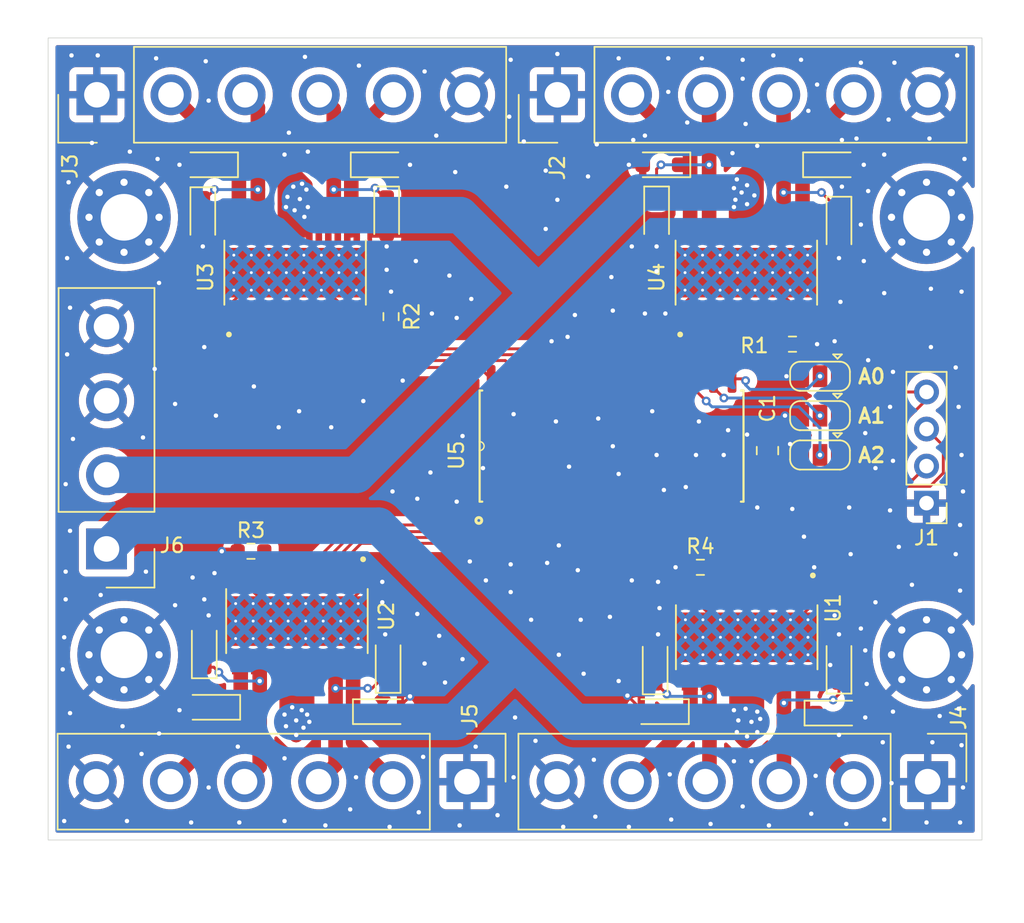
<source format=kicad_pcb>
(kicad_pcb (version 20241229) (generator "pcbnew") (generator_version "9.0")
  (title_block (comment 4 "AISLER Project ID: BUZXKIFZ"))
  (layers (0 "F.Cu" signal) (2 "B.Cu" signal) (13 "F.Paste" user) (15 "B.Paste" user) (5 "F.SilkS" user "F.Silkscreen") (7 "B.SilkS" user "B.Silkscreen") (1 "F.Mask" user) (3 "B.Mask" user) (25 "Edge.Cuts" user))
  (net 0 "")
  (net 1 "Net-(D1-K)")
  (net 2 "Net-(D2-K)")
  (net 4 "GND")
  (net 7 "Net-(D3-K)")
  (net 8 "Net-(D4-K)")
  (net 12 "Net-(U1-IN3)")
  (net 13 "Net-(D5-K)")
  (net 14 "Net-(D6-K)")
  (net 15 "Net-(U1-IN1)")
  (net 16 "Net-(U1-IN2)")
  (net 20 "Net-(U1-IN4)")
  (net 22 "Net-(D7-K)")
  (net 23 "Net-(D8-K)")
  (net 24 "Net-(D9-K)")
  (net 25 "Net-(D10-K)")
  (net 26 "Net-(D11-K)")
  (net 28 "Net-(D12-K)")
  (net 29 "Net-(U2-IN4)")
  (net 32 "Net-(U2-IN3)")
  (net 37 "Net-(U2-IN2)")
  (net 39 "Net-(U2-IN1)")
  (net 40 "Net-(U3-IN3)")
  (net 41 "Net-(D13-K)")
  (net 42 "Net-(U3-IN1)")
  (net 43 "Net-(D14-K)")
  (net 46 "Net-(D15-K)")
  (net 47 "Net-(D16-K)")
  (net 48 "+24V")
  (net 50 "Net-(U3-IN4)")
  (net 51 "Net-(JP3-C)")
  (net 58 "Net-(U3-IN2)")
  (net 59 "+3V3")
  (net 62 "Net-(JP1-C)")
  (net 63 "Net-(U4-IN2)")
  (net 64 "Net-(JP2-C)")
  (net 67 "Net-(J1-Pin_2)")
  (net 68 "Net-(U4-IN4)")
  (net 69 "Net-(J1-Pin_3)")
  (net 70 "Net-(U4-CL)")
  (net 76 "Net-(U3-CL)")
  (net 77 "Net-(U4-IN3)")
  (net 78 "Net-(U4-IN1)")
  (net 79 "Net-(U2-CL)")
  (net 80 "Net-(U1-CL)")
  (footprint "Diode_SMD:D_SOD-323_HandSoldering" (layer "F.Cu") (at 92.55 61.4)
    (property "Reference" "D4" (hide yes))
    (property "Value" "60V 1A" (hide yes))
  )
  (footprint "Diode_SMD:D_SOD-323_HandSoldering" (layer "F.Cu") (at 111.8 61.4 180)
    (property "Reference" "D8" (hide yes))
    (property "Value" "60V 1A" (hide yes))
  )
  (footprint "MountingHole:MountingHole_3.2mm_M3_Pad_Via" (layer "F.Cu") (at 130 95)
    (property "Reference" "H3" (hide yes))
    (property "Value" "MountingHole_Pad" (hide yes))
  )
  (footprint "Diode_SMD:D_SOD-323_HandSoldering" (layer "F.Cu") (at 80.95 98.6 180)
    (property "Reference" "D16" (hide yes))
    (property "Value" "60V 1A" (hide yes))
  )
  (footprint "Connector_Samtec_HPM_THT:Samtec_HPM-06-05-x-S_Straight_1x06_Pitch5.08mm" (layer "F.Cu") (at 98.5 103.7 -90)
    (property "Reference" "J5")
    (property "Value" "Conn_01x06" (hide yes))
  )
  (footprint "Connector_Samtec_HPM_THT:Samtec_HPM-04-05-x-S_Straight_1x04_Pitch5.08mm" (layer "F.Cu") (at 73.8 87.74 180)
    (property "Reference" "J6")
    (property "Value" "Conn_01x04" (hide yes))
  )
  (footprint "MountingHole:MountingHole_3.2mm_M3_Pad_Via" (layer "F.Cu") (at 75 95)
    (property "Reference" "H4" (hide yes))
    (property "Value" "MountingHole_Pad" (hide yes))
  )
  (footprint "Resistor_SMD:R_0603_1608Metric_Pad0.98x0.95mm_HandSolder" (layer "F.Cu") (at 114.5 89)
    (property "Reference" "R4")
    (property "Value" "R")
  )
  (footprint "Diode_SMD:D_SOD-323_HandSoldering" (layer "F.Cu") (at 111.5 64.9 -90)
    (property "Reference" "D7" (hide yes))
    (property "Value" "60V 1A" (hide yes))
  )
  (footprint "MountingHole:MountingHole_3.2mm_M3_Pad_Via" (layer "F.Cu") (at 75 65)
    (property "Reference" "H1" (hide yes))
    (property "Value" "MountingHole_Pad" (hide yes))
  )
  (footprint "Jumper:SolderJumper-3_P1.3mm_Open_RoundedPad1.0x1.5mm" (layer "F.Cu") (at 122.7 81.3 180)
    (property "Reference" "JP3" (hide yes))
    (property "Value" "SolderJumper_3_Open" (hide yes))
  )
  (footprint "Diode_SMD:D_SOD-323_HandSoldering" (layer "F.Cu") (at 93 64.9 -90)
    (property "Reference" "D3" (hide yes))
    (property "Value" "60V 1A" (hide yes))
  )
  (footprint "Diode_SMD:D_SOD-323_HandSoldering" (layer "F.Cu") (at 92.7 98.9)
    (property "Reference" "D13" (hide yes))
    (property "Value" "60V 1A" (hide yes))
  )
  (footprint "Jumper:SolderJumper-3_P1.3mm_Open_RoundedPad1.0x1.5mm" (layer "F.Cu") (at 122.7 75.9 180)
    (property "Reference" "JP1" (hide yes))
    (property "Value" "SolderJumper_3_Open" (hide yes))
  )
  (footprint "footprints:IC_TPS4H160AQPWPRQ1" (layer "F.Cu") (at 117.675 93.8 -90)
    (property "Reference" "U1")
    (property "Value" "TPS4H160AQPWPRQ1" (hide yes))
  )
  (footprint "Diode_SMD:D_SOD-323_HandSoldering" (layer "F.Cu") (at 80.5 94.6 90)
    (property "Reference" "D15" (hide yes))
    (property "Value" "60V 1A" (hide yes))
  )
  (footprint "Diode_SMD:D_SOD-323_HandSoldering" (layer "F.Cu") (at 93.1 95.6 90)
    (property "Reference" "D14" (hide yes))
    (property "Value" "60V 1A" (hide yes))
  )
  (footprint "Connector_Samtec_HPM_THT:Samtec_HPM-06-05-x-S_Straight_1x06_Pitch5.08mm" (layer "F.Cu") (at 104.7 56.6 90)
    (property "Reference" "J2")
    (property "Value" "Conn_01x06" (hide yes))
  )
  (footprint "Diode_SMD:D_SOD-323_HandSoldering" (layer "F.Cu") (at 123.55 61.4)
    (property "Reference" "D5" (hide yes))
    (property "Value" "60V 1A" (hide yes))
  )
  (footprint "footprints:IC_TPS4H160AQPWPRQ1" (layer "F.Cu") (at 86.85 92.69 -90)
    (property "Reference" "U2")
    (property "Value" "TPS4H160AQPWPRQ1" (hide yes))
  )
  (footprint "Diode_SMD:D_SOD-323_HandSoldering" (layer "F.Cu") (at 124 65.6 -90)
    (property "Reference" "D6" (hide yes))
    (property "Value" "60V 1A" (hide yes))
  )
  (footprint "Diode_SMD:D_SOD-323_HandSoldering" (layer "F.Cu") (at 111.4 95.7 90)
    (property "Reference" "D11" (hide yes))
    (property "Value" "60V 1A" (hide yes))
  )
  (footprint "Diode_SMD:D_SOD-323_HandSoldering" (layer "F.Cu") (at 80.4 64.95 -90)
    (property "Reference" "D2" (hide yes))
    (property "Value" "60V 1A" (hide yes))
  )
  (footprint "MountingHole:MountingHole_3.2mm_M3_Pad_Via" (layer "F.Cu") (at 130 65)
    (property "Reference" "H2" (hide yes))
    (property "Value" "MountingHole_Pad" (hide yes))
  )
  (footprint "footprints:IC_TPS4H160AQPWPRQ1" (layer "F.Cu") (at 86.725 68.795888 90)
    (property "Reference" "U3")
    (property "Value" "TPS4H160AQPWPRQ1" (hide yes))
  )
  (footprint "Resistor_SMD:R_0603_1608Metric_Pad0.98x0.95mm_HandSolder" (layer "F.Cu") (at 83.7 87.9)
    (property "Reference" "R3")
    (property "Value" "R")
  )
  (footprint "footprints:IC_TPS4H160AQPWPRQ1" (layer "F.Cu") (at 117.65 68.795888 90)
    (property "Reference" "U4")
    (property "Value" "TPS4H160AQPWPRQ1" (hide yes))
  )
  (footprint "Diode_SMD:D_SOD-323_HandSoldering" (layer "F.Cu") (at 80.8 61.4 180)
    (property "Reference" "D1" (hide yes))
    (property "Value" "60V 1A" (hide yes))
  )
  (footprint "Capacitor_SMD:C_0805_2012Metric_Pad1.18x1.45mm_HandSolder" (layer "F.Cu") (at 119.1 81 90)
    (property "Reference" "C1")
    (property "Value" "C")
  )
  (footprint "Resistor_SMD:R_0603_1608Metric_Pad0.98x0.95mm_HandSolder" (layer "F.Cu") (at 93.3 71.8125 -90)
    (property "Reference" "R2")
    (property "Value" "R")
  )
  (footprint "Connector_PinHeader_2.54mm:PinHeader_1x04_P2.54mm_Vertical" (layer "F.Cu") (at 130 84.6 180)
    (property "Reference" "J1")
    (property "Value" "Conn_01x04" (hide yes))
  )
  (footprint "Jumper:SolderJumper-3_P1.3mm_Open_RoundedPad1.0x1.5mm" (layer "F.Cu") (at 122.7 78.6 180)
    (property "Reference" "JP2" (hide yes))
    (property "Value" "SolderJumper_3_Open" (hide yes))
  )
  (footprint "footprints:SOIC127P1030X265-28N" (layer "F.Cu") (at 108.415 80.69 90)
    (property "Reference" "U5")
    (property "Value" "MCP23017T-E_SO" (hide yes))
  )
  (footprint "Diode_SMD:D_SOD-323_HandSoldering" (layer "F.Cu") (at 111.7 98.9 180)
    (property "Reference" "D12" (hide yes))
    (property "Value" "60V 1A" (hide yes))
  )
  (footprint "Connector_Samtec_HPM_THT:Samtec_HPM-06-05-x-S_Straight_1x06_Pitch5.08mm" (layer "F.Cu") (at 73.14 56.6 90)
    (property "Reference" "J3")
    (property "Value" "Conn_01x06" (hide yes))
  )
  (footprint "Diode_SMD:D_SOD-323_HandSoldering" (layer "F.Cu") (at 123.65 99)
    (property "Reference" "D9" (hide yes))
    (property "Value" "60V 1A" (hide yes))
  )
  (footprint "Diode_SMD:D_SOD-323_HandSoldering" (layer "F.Cu") (at 124 95.65 90)
    (property "Reference" "D10" (hide yes))
    (property "Value" "60V 1A" (hide yes))
  )
  (footprint "Resistor_SMD:R_0603_1608Metric_Pad0.98x0.95mm_HandSolder" (layer "F.Cu") (at 120.8125 73.7 180)
    (property "Reference" "R1")
    (property "Value" "R")
  )
  (footprint "Connector_Samtec_HPM_THT:Samtec_HPM-06-05-x-S_Straight_1x06_Pitch5.08mm" (layer "F.Cu") (at 130.08 103.7 -90)
    (property "Reference" "J4")
    (property "Value" "Conn_01x06" (hide yes))
  )
  (gr_rect (start 69.8 52.7) (end 133.8 107.7) (stroke (width 0.05)) (fill no) (layer "Edge.Cuts"))
  (gr_text "A1\n" (at 125.2 79.2 0) (layer "F.SilkS") (effects (font (size 1 1) (thickness 0.2) (bold yes)) (justify left bottom)))
  (gr_text "A2" (at 125.2 81.9 0) (layer "F.SilkS") (effects (font (size 1 1) (thickness 0.2) (bold yes)) (justify left bottom)))
  (gr_text "A0" (at 125.2 76.5 0) (layer "F.SilkS") (effects (font (size 1 1) (thickness 0.2) (bold yes)) (justify left bottom)))
  (segment (start 82.874 61.254) (end 82.874 65.895888) (width 1) (layer "F.Cu") (net 1))
  (segment (start 78.22 56.6) (end 82.874 61.254) (width 1) (layer "F.Cu") (net 1))
  (segment (start 80.6 63.7) (end 81.2 63.1) (width 0.2) (layer "F.Cu") (net 2))
  (segment (start 80.4 63.7) (end 80.6 63.7) (width 0.2) (layer "F.Cu") (net 2))
  (segment (start 84.174 57.474) (end 84.174 63.1) (width 1) (layer "F.Cu") (net 2))
  (segment (start 83.3 56.6) (end 84.174 57.474) (width 1) (layer "F.Cu") (net 2))
  (segment (start 84.174 63.1) (end 84.174 65.895888) (width 1) (layer "F.Cu") (net 2))
  (via (at 84.174 63.1) (size 0.6) (drill 0.3) (layers "F.Cu" "B.Cu") (net 2))
  (via (at 81.2 63.1) (size 0.6) (drill 0.3) (layers "F.Cu" "B.Cu") (net 2))
  (segment (start 81.2 63.1) (end 84.174 63.1) (width 0.2) (layer "B.Cu") (net 2))
  (segment (start 93 66.15) (end 93 67) (width 0.2) (layer "F.Cu") (net 4))
  (segment (start 121.9 90.9) (end 121.9 91.85) (width 0.2) (layer "F.Cu") (net 4))
  (segment (start 93.3 70.9) (end 93.3 70.1) (width 0.2) (layer "F.Cu") (net 4))
  (segment (start 124.8 61.4) (end 125.7 61.4) (width 0.2) (layer "F.Cu") (net 4))
  (segment (start 114.75 91.85) (end 116.7 93.8) (width 0.2) (layer "F.Cu") (net 4))
  (segment (start 116.7 93.8) (end 117.675 93.8) (width 0.2) (layer "F.Cu") (net 4))
  (segment (start 114.75 90.9) (end 114.75 91.85) (width 0.2) (layer "F.Cu") (net 4))
  (segment (start 121.725 73.7) (end 122.5 73.7) (width 0.2) (layer "F.Cu") (net 4))
  (segment (start 118.625 68.795888) (end 117.65 68.795888) (width 0.2) (layer "F.Cu") (net 4))
  (segment (start 85.875 92.69) (end 86.85 92.69) (width 0.2) (layer "F.Cu") (net 4))
  (segment (start 111.59 85.3) (end 111.59 84.11) (width 0.2) (layer "F.Cu") (net 4))
  (segment (start 79.55 61.4) (end 78.8 61.4) (width 0.2) (layer "F.Cu") (net 4))
  (segment (start 83.925 89.79) (end 83.925 90.74) (width 0.2) (layer "F.Cu") (net 4))
  (segment (start 89.125 92.69) (end 86.85 92.69) (width 0.2) (layer "F.Cu") (net 4))
  (segment (start 93.1 93.8) (end 92.9 93.6) (width 0.2) (layer "F.Cu") (net 4))
  (segment (start 83.925 90.74) (end 85.875 92.69) (width 0.2) (layer "F.Cu") (net 4))
  (segment (start 79 98.6) (end 78.8 98.8) (width 0.2) (layer "F.Cu") (net 4))
  (segment (start 120.575 70.745888) (end 118.625 68.795888) (width 0.2) (layer "F.Cu") (net 4))
  (segment (start 124 94.4) (end 124 93.6) (width 0.2) (layer "F.Cu") (net 4))
  (segment (start 82.7875 87.9) (end 81.7 87.9) (width 0.2) (layer "F.Cu") (net 4))
  (segment (start 121.4 78.6) (end 120.3 78.6) (width 0.2) (layer "F.Cu") (net 4))
  (segment (start 89.65 71.695888) (end 89.65 70.768888) (width 0.2) (layer "F.Cu") (net 4))
  (segment (start 93.8 61.4) (end 94.6 61.4) (width 0.2) (layer "F.Cu") (net 4))
  (segment (start 93.1 94.35) (end 93.1 93.8) (width 0.2) (layer "F.Cu") (net 4))
  (segment (start 110.45 98.9) (end 110.45 98.75) (width 0.2) (layer "F.Cu") (net 4))
  (segment (start 80.4 66.2) (end 80.4 67) (width 0.2) (layer "F.Cu") (net 4))
  (segment (start 124.9 99) (end 125.5 99) (width 0.2) (layer "F.Cu") (net 4))
  (segment (start 120.575 71.695888) (end 120.575 70.745888) (width 0.2) (layer "F.Cu") (net 4))
  (segment (start 125.5 99) (end 125.8 99.3) (width 0.2) (layer "F.Cu") (net 4))
  (segment (start 89.65 70.768888) (end 87.677 68.795888) (width 0.2) (layer "F.Cu") (net 4))
  (segment (start 93.95 98.9) (end 93.95 98.5) (width 0.2) (layer "F.Cu") (net 4))
  (segment (start 113.5875 89) (end 112.8 89) (width 0.2) (layer "F.Cu") (net 4))
  (segment (start 79.7 98.6) (end 79 98.6) (width 0.2) (layer "F.Cu") (net 4))
  (segment (start 111.59 84.11) (end 112 83.7) (width 0.2) (layer "F.Cu") (net 4))
  (segment (start 111.5 66.15) (end 111.5 67) (width 0.2) (layer "F.Cu") (net 4))
  (segment (start 121.4 75.9) (end 120.4 75.9) (width 0.2) (layer "F.Cu") (net 4))
  (segment (start 124 66.85) (end 124 67.8) (width 0.2) (layer "F.Cu") (net 4))
  (segment (start 80.5 93.35) (end 80.5 92.6) (width 0.2) (layer "F.Cu") (net 4))
  (segment (start 121.4 81.3) (end 120.65 80.55) (width 0.2) (layer "F.Cu") (net 4))
  (segment (start 115.504112 68.795888) (end 117.65 68.795888) (width 0.2) (layer "F.Cu") (net 4))
  (segment (start 110.55 61.4) (end 109.6 61.4) (width 0.2) (layer "F.Cu") (net 4))
  (segment (start 91.075 90.74) (end 89.125 92.69) (width 0.2) (layer "F.Cu") (net 4))
  (segment (start 113.425 70.875) (end 115.504112 68.795888) (width 0.2) (layer "F.Cu") (net 4))
  (segment (start 87.677 68.795888) (end 86.725 68.795888) (width 0.2) (layer "F.Cu") (net 4))
  (segment (start 80.5 92.6) (end 80.8 92.3) (width 0.2) (layer "F.Cu") (net 4))
  (segment (start 113.425 71.695888) (end 113.425 70.875) (width 0.2) (layer "F.Cu") (net 4))
  (segment (start 82.5 70.745888) (end 84.45 68.795888) (width 0.2) (layer "F.Cu") (net 4))
  (segment (start 121.9 91.85) (end 119.95 93.8) (width 0.2) (layer "F.Cu") (net 4))
  (segment (start 93.95 98.5) (end 94.6 97.85) (width 0.2) (layer "F.Cu") (net 4))
  (segment (start 111.4 94.45) (end 111.4 93.8) (width 0.2) (layer "F.Cu") (net 4))
  (segment (start 119.95 93.8) (end 117.675 93.8) (width 0.2) (layer "F.Cu") (net 4))
  (segment (start 84.45 68.795888) (end 86.725 68.795888) (width 0.2) (layer "F.Cu") (net 4))
  (segment (start 82.5 71.695888) (end 82.5 70.745888) (width 0.2) (layer "F.Cu") (net 4))
  (segment (start 110.45 98.75) (end 109.5 97.8) (width 0.2) (layer "F.Cu") (net 4))
  (segment (start 91.075 89.79) (end 91.075 90.74) (width 0.2) (layer "F.Cu") (net 4))
  (segment (start 111.4 93.8) (end 111.6 93.6) (width 0.2) (layer "F.Cu") (net 4))
  (via (at 127 101) (size 0.6) (drill 0.3) (layers "F.Cu" "B.Cu") (net 4))
  (via (at 130.2 59.6) (size 0.6) (drill 0.3) (layers "F.Cu" "B.Cu") (net 4))
  (via (at 71.2 62.6) (size 0.6) (drill 0.3) (layers "F.Cu" "B.Cu") (net 4))
  (via (at 105.1 106.8) (size 0.6) (drill 0.3) (layers "F.Cu" "B.Cu") (net 4))
  (via (at 114.2 81.3) (size 0.6) (drill 0.3) (layers "F.Cu" "B.Cu") (net 4))
  (via (at 76.5 89.3) (size 0.6) (drill 0.3) (layers "F.Cu" "B.Cu") (net 4))
  (via (at 103.9 65.8) (size 0.6) (drill 0.3) (layers "F.Cu" "B.Cu") (net 4))
  (via (at 107.5 78.8) (size 0.6) (drill 0.3) (layers "F.Cu" "B.Cu") (net 4))
  (via (at 130 106.5) (size 0.6) (drill 0.3) (layers "F.Cu" "B.Cu") (net 4))
  (via (at 108.5 71.4) (size 0.6) (drill 0.3) (layers "F.Cu" "B.Cu") (net 4))
  (via (at 82.8 101.3) (size 0.6) (drill 0.3) (layers "F.Cu" "B.Cu") (net 4))
  (via (at 112.5 106.3) (size 0.6) (drill 0.3) (layers "F.Cu" "B.Cu") (net 4))
  (via (at 90.5 105.6) (size 0.6) (drill 0.3) (layers "F.Cu" "B.Cu") (net 4))
  (via (at 107.4 60) (size 0.6) (drill 0.3) (layers "F.Cu" "B.Cu") (net 4))
  (via (at 126.5 82.2) (size 0.6) (drill 0.3) (layers "F.Cu" "B.Cu") (net 4))
  (via (at 95.1 92.2) (size 0.6) (drill 0.3) (layers "F.Cu" "B.Cu") (net 4))
  (via (at 71.3 71.2) (size 0.6) (drill 0.3) (layers "F.Cu" "B.Cu") (net 4))
  (via (at 86 102.1) (size 0.6) (drill 0.3) (layers "F.Cu" "B.Cu") (net 4))
  (via (at 90.9 103.4) (size 0.6) (drill 0.3) (layers "F.Cu" "B.Cu") (net 4))
  (via (at 123.7 92.3) (size 0.6) (drill 0.3) (layers "F.Cu" "B.Cu") (net 4))
  (via (at 132.1 53.9) (size 0.6) (drill 0.3) (layers "F.Cu" "B.Cu") (net 4))
  (via (at 78.5 77.8) (size 0.6) (drill 0.3) (layers "F.Cu" "B.Cu") (net 4))
  (via (at 109.8 89.9) (size 0.6) (drill 0.3) (layers "F.Cu" "B.Cu") (net 4))
  (via (at 99.1 101.3) (size 0.6) (drill 0.3) (layers "F.Cu" "B.Cu") (net 4))
  (via (at 71.1 67.8) (size 0.6) (drill 0.3) (layers "F.Cu" "B.Cu") (net 4))
  (via (at 78.8 98.8) (size 0.6) (drill 0.3) (layers "F.Cu" "B.Cu") (net 4))
  (via (at 127.7 75.6) (size 0.6) (drill 0.3) (layers "F.Cu" "B.Cu") (net 4))
  (via (at 98 106.7) (size 0.6) (drill 0.3) (layers "F.Cu" "B.Cu") (net 4))
  (via (at 89.2 79.4) (size 0.6) (drill 0.3) (layers "F.Cu" "B.Cu") (net 4))
  (via (at 111.6 90) (size 0.6) (drill 0.3) (layers "F.Cu" "B.Cu") (net 4))
  (via (at 130.9 99.2) (size 0.6) (drill 0.3) (layers "F.Cu" "B.Cu") (net 4))
  (via (at 101.7 78.5) (size 0.6) (drill 0.3) (layers "F.Cu" "B.Cu") (net 4))
  (via (at 80.4 67) (size 0.6) (drill 0.3) (layers "F.Cu" "B.Cu") (net 4))
  (via (at 101.4 58.1) (size 0.6) (drill 0.3) (layers "F.Cu" "B.Cu") (net 4))
  (via (at 125.8 94.7) (size 0.6) (drill 0.3) (layers "F.Cu" "B.Cu") (net 4))
  (via (at 120.3 78.6) (size 0.6) (drill 0.3) (layers "F.Cu" "B.Cu") (net 4))
  (via (at 121.6 86.9) (size 0.6) (drill 0.3) (layers "F.Cu" "B.Cu") (net 4))
  (via (at 125.7 61.4) (size 0.6) (drill 0.3) (layers "F.Cu" "B.Cu") (net 4))
  (via (at 112.3 56.4) (size 0.6) (drill 0.3) (layers "F.Cu" "B.Cu") (net 4))
  (via (at 97.3 69) (size 0.6) (drill 0.3) (layers "F.Cu" "B.Cu") (net 4))
  (via (at 110.7 71.6) (size 0.6) (drill 0.3) (layers "F.Cu" "B.Cu") (net 4))
  (via (at 118 102.3) (size 0.6) (drill 0.3) (layers "F.Cu" "B.Cu") (net 4))
  (via (at 132.4 101.2) (size 0.6) (drill 0.3) (layers "F.Cu" "B.Cu") (net 4))
  (via (at 93 67) (size 0.6) (drill 0.3) (layers "F.Cu" "B.Cu") (net 4))
  (via (at 73.2 53.9) (size 0.6) (drill 0.3) (layers "F.Cu" "B.Cu") (net 4))
  (via (at 102.4 59.8) (size 0.6) (drill 0.3) (layers "F.Cu" "B.Cu") (net 4))
  (via (at 101.5 88.8) (size 0.6) (drill 0.3) (layers "F.Cu" "B.Cu") (net 4))
  (via (at 95.5 102) (size 0.6) (drill 0.3) (layers "F.Cu" "B.Cu") (net 4))
  (via (at 108.9 54.1) (size 0.6) (drill 0.3) (layers "F.Cu" "B.Cu") (net 4))
  (via (at 76.3 80.1) (size 0.6) (drill 0.3) (layers "F.Cu" "B.Cu") (net 4))
  (via (at 70.8 96) (size 0.6) (drill 0.3) (layers "F.Cu" "B.Cu") (net 4))
  (via (at 124.1 70.8) (size 0.6) (drill 0.3) (layers "F.Cu" "B.Cu") (net 4))
  (via (at 101.5 54.2) (size 0.6) (drill 0.3) (layers "F.Cu" "B.Cu") (net 4))
  (via (at 92.7 91.4) (size 0.6) (drill 0.3) (layers "F.Cu" "B.Cu") (net 4))
  (via (at 95.2 105.8) (size 0.6) (drill 0.3) (layers "F.Cu" "B.Cu") (net 4))
  (via (at 85.6 79.4) (size 0.6) (drill 0.3) (layers "F.Cu" "B.Cu") (net 4))
  (via (at 78.8 61.4) (size 0.6) (drill 0.3) (layers "F.Cu" "B.Cu") (net 4))
  (via (at 91.4 77.6) (size 0.6) (drill 0.3) (layers "F.Cu" "B.Cu") (net 4))
  (via (at 80.8 92.3) (size 0.6) (drill 0.3) (layers "F.Cu" "B.Cu") (net 4))
  (via (at 123.4 95.7) (size 0.6) (drill 0.3) (layers "F.Cu" "B.Cu") (net 4))
  (via (at 97.8 71.9) (size 0.6) (drill 0.3) (layers "F.Cu" "B.Cu") (net 4))
  (via (at 109.6 61.4) (size 0.6) (drill 0.3) (layers "F.Cu" "B.Cu") (net 4))
  (via (at 104 88.7) (size 0.6) (drill 0.3) (layers "F.Cu" "B.Cu") (net 4))
  (via (at 130.4 101) (size 0.6) (drill 0.3) (layers "F.Cu" "B.Cu") (net 4))
  (via (at 76.2 101.8) (size 0.6) (drill 0.3) (layers "F.Cu" "B.Cu") (net 4))
  (via (at 127.7 81.7) (size 0.6) (drill 0.3) (layers "F.Cu" "B.Cu") (net 4))
  (via (at 108.9 82.6) (size 0.6) (drill 0.3) (layers "F.Cu" "B.Cu") (net 4))
  (via (at 80.8 57) (size 0.6) (drill 0.3) (layers "F.Cu" "B.Cu") (net 4))
  (via (at 111.5 68.7) (size 0.6) (drill 0.3) (layers "F.Cu" "B.Cu") (net 4))
  (via (at 111.2 78.3) (size 0.6) (drill 0.3) (layers "F.Cu" "B.Cu") (net 4))
  (via (at 71 89.3) (size 0.6) (drill 0.3) (layers "F.Cu" "B.Cu") (net 4))
  (via (at 80.6 54.3) (size 0.6) (drill 0.3) (layers "F.Cu" "B.Cu") (net 4))
  (via (at 120.8 85) (size 0.6) (drill 0.3) (layers "F.Cu" "B.Cu") (net 4))
  (via (at 117.4 55.5) (size 0.6) (drill 0.3) (layers "F.Cu" "B.Cu") (net 4))
  (via (at 74.9 99.9) (size 0.6) (drill 0.3) (layers "F.Cu" "B.Cu") (net 4))
  (via (at 101.2 62.9) (size 0.6) (drill 0.3) (layers "F.Cu" "B.Cu") (net 4))
  (via (at 117.4 54.2) (size 0.6) (drill 0.3) (layers "F.Cu" "B.Cu") (net 4))
  (via (at 71.3 99) (size 0.6) (drill 0.3) (layers "F.Cu" "B.Cu") (net 4))
  (via (at 112.3 54.1) (size 0.6) (drill 0.3) (layers "F.Cu" "B.Cu") (net 4))
  (via (at 81.2 89.4) (size 0.6) (drill 0.3) (layers "F.Cu" "B.Cu") (net 4))
  (via (at 71 83.3) (size 0.6) (drill 0.3) (layers "F.Cu" "B.Cu") (net 4))
  (via (at 71.2 101.3) (size 0.6) (drill 0.3) (layers "F.Cu" "B.Cu") (net 4))
  (via (at 120.65 80.55) (size 0.6) (drill 0.3) (layers "F.Cu" "B.Cu") (net 4))
  (via (at 124.2 62.9) (size 0.6) (drill 0.3) (layers "F.Cu" "B.Cu") (net 4))
  (via (at 132.3 90.6) (size 0.6) (drill 0.3) (layers "F.Cu" "B.Cu") (net 4))
  (via (at 132 88.1) (size 0.6) (drill 0.3) (layers "F.Cu" "B.Cu") (net 4))
  (via (at 113.5 83.5) (size 0.6) (drill 0.3) (layers "F.Cu" "B.Cu") (net 4))
  (via (at 80.8 104.1) (size 0.6) (drill 0.3) (layers "F.Cu" "B.Cu") (net 4))
  (via (at 100.6 106) (size 0.6) (drill 0.3) (layers "F.Cu" "B.Cu") (net 4))
  (via (at 97 96.9) (size 0.6) (drill 0.3) (layers "F.Cu" "B.Cu") (net 4))
  (via (at 101.7 103.4) (size 0.6) (drill 0.3) (layers "F.Cu" "B.Cu") (net 4))
  (via (at 70.9 106.4) (size 0.6) (drill 0.3) (layers "F.Cu" "B.Cu") (net 4))
  (via (at 117.7 79.9) (size 0.6) (drill 0.3) (layers "F.Cu" "B.Cu") (net 4))
  (via (at 121.9 57.7) (size 0.6) (drill 0.3) (layers "F.Cu" "B.Cu") (net 4))
  (via (at 132.5 104.1) (size 0.6) (drill 0.3) (layers "F.Cu" "B.Cu") (net 4))
  (via (at 94.1 76.2) (size 0.6) (drill 0.3) (layers "F.Cu" "B.Cu") (net 4))
  (via (at 108.4 69.1) (size 0.6) (drill 0.3) (layers "F.Cu" "B.Cu") (net 4))
  (via (at 103.9 61.8) (size 0.6) (drill 0.3) (layers "F.Cu" "B.Cu") (net 4))
  (via (at 96.1 71.6) (size 0.6) (drill 0.3) (layers "F.Cu" "B.Cu") (net 4))
  (via (at 71.4 53.9) (size 0.6) (drill 0.3) (layers "F.Cu" "B.Cu") (net 4))
  (via (at 97.7 61.9) (size 0.6) (drill 0.3) (layers "F.Cu" "B.Cu") (net 4))
  (via (at 112.8 89) (size 0.6) (drill 0.3) (layers "F.Cu" "B.Cu") (net 4))
  (via (at 95 68) (size 0.6) (drill 0.3) (layers "F.Cu" "B.Cu") (net 4))
  (via (at 104.6 79) (size 0.6) (drill 0.3) (layers "F.Cu" "B.Cu") (net 4))
  (via (at 99.6 82.2) (size 0.6) (drill 0.3) (layers "F.Cu" "B.Cu") (net 4))
  (via (at 122.1 105.9) (size 0.6) (drill 0.3) (layers "F.Cu" "B.Cu") (net 4))
  (via (at 111.6 93.6) (size 0.6) (drill 0.3) (layers "F.Cu" "B.Cu") (net 4))
  (via (at 125.5 54.4) (size 0.6) (drill 0.3) (layers "F.Cu" "B.Cu") (net 4))
  (via (at 111.5 81.3) (size 0.6) (drill 0.3) (layers "F.Cu" "B.Cu") (net 4))
  (via (at 105.4 73.2) (size 0.6) (drill 0.3) (layers "F.Cu" "B.Cu") (net 4))
  (via (at 132.4 70.1) (size 0.6) (drill 0.3) (layers "F.Cu" "B.Cu") (net 4))
  (via (at 118.4 84.9) (size 0.6) (drill 0.3) (layers "F.Cu" "B.Cu") (net 4))
  (via (at 124.8 88.1) (size 0.6) (drill 0.3) (layers "F.Cu" "B.Cu") (net 4))
  (via (at 124.5 106.6) (size 0.6) (drill 0.3) (layers "F.Cu" "B.Cu") (net 4))
  (via (at 106.5 96.3) (size 0.6) (drill 0.3) (layers "F.Cu" "B.Cu") (net 4))
  (via (at 108.9 96.8) (size 0.6) (drill 0.3) (layers "F.Cu" "B.Cu") (net 4))
  (via (at 116.7 60.6) (size 0.6) (drill 0.3) (layers "F.Cu" "B.Cu") (net 4))
  (via (at 127.1 106.3) (size 0.6) (drill 0.3) (layers "F.Cu" "B.Cu") (net 4))
  (via (at 124 67.8) (size 0.6) (drill 0.3) (layers "F.Cu" "B.Cu") (net 4))
  (via (at 107.2 102.2) (size 0.6) (drill 0.3) (layers "F.Cu" "B.Cu") (net 4))
  (via (at 126.5 91.4) (size 0.6) (drill 0.3) (layers "F.Cu" "B.Cu") (net 4))
  (via (at 98.2 80) (size 0.6) (drill 0.3) (layers "F.Cu" "B.Cu") (net 4))
  (via (at 125.9 97) (size 0.6) (drill 0.3) (layers "F.Cu" "B.Cu") (net 4))
  (via (at 104.7 53.8) (size 0.6) (drill 0.3) (layers "F.Cu" "B.Cu") (net 4))
  (via (at 127.5 85.1) (size 0.6) (drill 0.3) (layers "F.Cu" "B.Cu") (net 4))
  (via (at 132.6 61) (size 0.6) (drill 0.3) (layers "F.Cu" "B.Cu") (net 4))
  (via (at 101.8 99.3) (size 0.6) (drill 0.3) (layers "F.Cu" "B.Cu") (net 4))
  (via (at 109.8 67) (size 0.6) (drill 0.3) (layers "F.Cu" "B.Cu") (net 4))
  (via (at 71.1 74.4) (size 0.6) (drill 0.3) (layers "F.Cu" "B.Cu") (net 4))
  (via (at 127.7 98.9) (size 0.6) (drill 0.3) (layers "F.Cu" "B.Cu") (net 4))
  (via (at 127.4 58.3) (size 0.6) (drill 0.3) (layers "F.Cu" "B.Cu") (net 4))
  (via (at 116.1 81.3) (size 0.6) (drill 0.3) (layers "F.Cu" "B.Cu") (net 4))
  (via (at 110.7 59.4) (size 0.6) (drill 0.3) (layers "F.Cu" "B.Cu") (net 4))
  (via (at 129 90.2) (size 0.6) (drill 0.3) (layers "F.Cu" "B.Cu") (net 4))
  (via (at 130.3 69.9) (size 0.6) (drill 0.3) (layers "F.Cu" "B.Cu") (net 4))
  (via (at 71 91.2) (size 0.6) (drill 0.3) (layers "F.Cu" "B.Cu") (net 4))
  (via (at 124 100.5) (size 0.6) (drill 0.3) (layers "F.Cu" "B.Cu") (net 4))
  (via (at 93.2 106.8) (size 0.6) (drill 0.3) (layers "F.Cu" "B.Cu") (net 4))
  (via (at 98.7 88.6) (size 0.6) (drill 0.3) (layers "F.Cu" "B.Cu") (net 4))
  (via (at 75.4 60.5) (size 0.6) (drill 0.3) (layers "F.Cu" "B.Cu") (net 4))
  (via (at 78.5 91.6) (size 0.6) (drill 0.3) (layers "F.Cu" "B.Cu") (net 4))
  (via (at 87 78.3) (size 0.6) (drill 0.3) (layers "F.Cu" "B.Cu") (net 4))
  (via (at 112 83.7) (size 0.6) (drill 0.3) (layers "F.Cu" "B.Cu") (net 4))
  (via (at 132.5 83.8) (size 0.6) (drill 0.3) (layers "F.Cu" "B.Cu") (net 4))
  (via (at 111.5 67) (size 0.6) (drill 0.3) (layers "F.Cu" "B.Cu") (net 4))
  (via (at 93 68.6) (size 0.6) (drill 0.3) (layers "F.Cu" "B.Cu") (net 4))
  (via (at 97.8 84.5) (size 0.6) (drill 0.3) (layers "F.Cu" "B.Cu") (net 4))
  (via (at 77.4 69.5) (size 0.6) (drill 0.3) (layers "F.Cu" "B.Cu") (net 4))
  (via (at 124.7 84.9) (size 0.6) (drill 0.3) (layers "F.Cu" "B.Cu") (net 4))
  (via (at 86 60.7) (size 0.6) (drill 0.3) (layers "F.Cu" "B.Cu") (net 4))
  (via (at 107.3 106.1) (size 0.6) (drill 0.3) (layers "F.Cu" "B.Cu") (net 4))
  (via (at 119.5 53.9) (size 0.6) (drill 0.3) (layers "F.Cu" "B.Cu") (net 4))
  (via (at 111.7 91.8) (size 0.6) (drill 0.3) (layers "F.Cu" "B.Cu") (net 4))
  (via (at 109.5 97.8) (size 0.6) (drill 0.3) (layers "F.Cu" "B.Cu") (net 4))
  (via (at 79.7 89.7) (size 0.6) (drill 0.3) (layers "F.Cu" "B.Cu") (net 4))
  (via (at 127.6 103.8) (size 0.6) (drill 0.3) (layers "F.Cu" "B.Cu") (net 4))
  (via (at 106.1 89.2) (size 0.6) (drill 0.3) (layers "F.Cu" "B.Cu") (net 4))
  (via (at 109.9 59.7) (size 0.6) (drill 0.3) (layers "F.Cu" "B.Cu") (net 4))
  (via (at 94.6 97.85) (size 0.6) (drill 0.3) (layers "F.Cu" "B.Cu") (net 4))
  (via (at 125.7 68) (size 0.6) (drill 0.3) (layers "F.Cu" "B.Cu") (net 4))
  (via (at 123.7 73.5) (size 0.6) (drill 0.3) (layers "F.Cu" "B.Cu") (net 4))
  (via (at 82.9 106.5) (size 0.6) (drill 0.3) (layers "F.Cu" "B.Cu") (net 4))
  (via (at 132.2 78) (size 0.6) (drill 0.3) (layers "F.Cu" "B.Cu") (net 4))
  (via (at 103.2 100.9) (size 0.6) (drill 0.3) (layers "F.Cu" "B.Cu") (net 4))
  (via (at 121.4 54.2) (size 0.6) (drill 0.3) (layers "F.Cu" "B.Cu") (net 4))
  (via (at 81.3 78.6) (size 0.6) (drill 0.3) (layers "F.Cu" "B.Cu") (net 4))
  (via (at 93.4 83.8) (size 0.6) (drill 0.3) (layers "F.Cu" "B.Cu") (net 4))
  (via (at 130.3 73.9) (size 0.6) (drill 0.3) (layers "F.Cu" "B.Cu") (net 4))
  (via (at 75.2 106.4) (size 0.6) (drill 0.3) (layers "F.Cu" "B.Cu") (net 4))
  (via (at 93.3 70.1) (size 0.6) (drill 0.3) (layers "F.Cu" "B.Cu") (net 4))
  (via (at 112.4 103.2) (size 0.6) (drill 0.3) (layers "F.Cu" "B.Cu") (net 4))
  (via (at 127.1 70.2) (size 0.6) (drill 0.3) (layers "F.Cu" "B.Cu") (net 4))
  (via (at 81.7 87.9) (size 0.6) (drill 0.3) (layers "F.Cu" "B.Cu") (net 4))
  (via (at 108.5 80.7) (size 0.6) (drill 0.3) (layers "F.Cu" "B.Cu") (net 4))
  (via (at 122.5 73.7) (size 0.6) (drill 0.3) (layers "F.Cu" "B.Cu") (net 4))
  (via (at 105.5 82.1) (size 0.6) (drill 0.3) (layers "F.Cu" "B.Cu") (net 4))
  (via (at 98.8 70.6) (size 0.6) (drill 0.3) (layers "F.Cu" "B.Cu") (net 4))
  (via (at 115.2 106.6) (size 0.6) (drill 0.3) (layers "F.Cu" "B.Cu") (net 4))
  (via (at 106.3 92.6) (size 0.6) (drill 0.3) (layers "F.Cu" "B.Cu") (net 4))
  (via (at 132.4 81.3) (size 0.6) (drill 0.3) (layers "F.Cu" "B.Cu") (net 4))
  (via (at 116.8 102.3) (size 0.6) (drill 0.3) (layers "F.Cu" "B.Cu") (net 4))
  (via (at 132 75.3) (size 0.6) (drill 0.3) (layers "F.Cu" "B.Cu") (net 4))
  (via (at 125.2 59.6) (size 0.6) (drill 0.3) (layers "F.Cu" "B.Cu") (net 4))
  (via (at 112.1 71.6) (size 0.6) (drill 0.3) (layers "F.Cu" "B.Cu") (net 4))
  (via (at 104.3 73.5) (size 0.6) (drill 0.3) (layers "F.Cu" "B.Cu") (net 4))
  (via (at 113.6 58.5) (size 0.6) (drill 0.3) (layers "F.Cu" "B.Cu") (net 4))
  (via (at 91.1 54.6) (size 0.6) (drill 0.3) (layers "F.Cu" "B.Cu") (net 4))
  (via (at 117.6 58.6) (size 0.6) (drill 0.3) (layers "F.Cu" "B.Cu") (net 4))
  (via (at 102.9 92.6) (size 0.6) (drill 0.3) (layers "F.Cu" "B.Cu") (net 4))
  (via (at 101.5 90.7) (size 0.6) (drill 0.3) (layers "F.Cu" "B.Cu") (net 4))
  (via (at 105.9 71.7) (size 0.6) (drill 0.3) (layers "F.Cu" "B.Cu") (net 4))
  (via (at 132.2 98.7) (size 0.6) (drill 0.3) (layers "F.Cu" "B.Cu") (net 4))
  (via (at 109.6 106.8) (size 0.6) (drill 0.3) (layers "F.Cu" "B.Cu") (net 4))
  (via (at 95.6 95.6) (size 0.6) (drill 0.3) (layers "F.Cu" "B.Cu") (net 4))
  (via (at 104.7 63.8) (size 0.6) (drill 0.3) (layers "F.Cu" "B.Cu") (net 4))
  (via (at 124.2 59.7) (size 0.6) (drill 0.3) (layers "F.Cu" "B.Cu") (net 4))
  (via (at 104.8 95) (size 0.6) (drill 0.3) (layers "F.Cu" "B.Cu") (net 4))
  (via (at 92.9 93.6) (size 0.6) (drill 0.3) (layers "F.Cu" "B.Cu") (net 4))
  (via (at 127.5 78) (size 0.6) (drill 0.3) (layers "F.Cu" "B.Cu") (net 4))
  (via (at 118.4 60.1) (size 0.6) (drill 0.3) (layers "F.Cu" "B.Cu") (net 4))
  (via (at 98.2 95.3) (size 0.6) (drill 0.3) (layers "F.Cu" "B.Cu") (net 4))
  (via (at 79.6 106.5) (size 0.6) (drill 0.3) (layers "F.Cu" "B.Cu") (net 4))
  (via (at 108.3 92.4) (size 0.6) (drill 0.3) (layers "F.Cu" "B.Cu") (net 4))
  (via (at 73.4 90.9) (size 0.6) (drill 0.3) (layers "F.Cu" "B.Cu") (net 4))
  (via (at 77.1 75.4) (size 0.6) (drill 0.3) (layers "F.Cu" "B.Cu") (net 4))
  (via (at 132.3 86.1) (size 0.6) (drill 0.3) (layers "F.Cu" "B.Cu") (net 4))
  (via (at 86 106.4) (size 0.6) (drill 0.3) (layers "F.Cu" "B.Cu") (net 4))
  (via (at 83.9 76.6) (size 0.6) (drill 0.3) (layers "F.Cu" "B.Cu") (net 4))
  (via (at 70.9 93.8) (size 0.6) (drill 0.3) (layers "F.Cu" "B.Cu") (net 4))
  (via (at 125.8 99.3) (size 0.6) (drill 0.3) (layers "F.Cu" "B.Cu") (net 4))
  (via (at 88.8 106.7) (size 0.6) (drill 0.3) (layers "F.Cu" "B.Cu") (net 4))
  (via (at 87.6 60.5) (size 0.6) (drill 0.3) (layers "F.Cu" "B.Cu") (net 4))
  (via (at 104.8 87.5) (size 0.6) (drill 0.3) (layers "F.Cu" "B.Cu") (net 4))
  (via (at 80.5 73.9) (size 0.6) (drill 0.3) (layers "F.Cu" "B.Cu") (net 4))
  (via (at 99.8 89.9) (size 0.6) (drill 0.3) (layers "F.Cu" "B.Cu") (net 4))
  (via (at 125.8 79.8) (size 0.6) (drill 0.3) (layers "F.Cu" "B.Cu") (net 4))
  (via (at 96 82.5) (size 0.6) (drill 0.3) (layers "F.Cu" "B.Cu") (net 4))
  (via (at 71.5 80.2) (size 0.6) (drill 0.3) (layers "F.Cu" "B.Cu") (net 4))
  (via (at 120.4 75.9) (size 0.6) (drill 0.3) (layers "F.Cu" "B.Cu") (net 4))
  (via (at 114.4 79) (size 0.6) (drill 0.3) (layers "F.Cu" "B.Cu") (net 4))
  (via (at 77.4 100.4) (size 0.6) (drill 0.3) (layers "F.Cu" "B.Cu") (net 4))
  (via (at 125.5 93.2) (size 0.6) (drill 0.3) (layers "F.Cu" "B.Cu") (net 4))
  (via (at 80.5 91.2) (size 0.6) (drill 0.3) (layers "F.Cu" "B.Cu") (net 4))
  (via (at 128.1 87.6) (size 0.6) (drill 0.3) (layers "F.Cu" "B.Cu") (net 4))
  (via (at 77.3 61) (size 0.6) (drill 0.3) (layers "F.Cu" "B.Cu") (net 4))
  (via (at 127.1 60.7) (size 0.6) (drill 0.3) (layers "F.Cu" "B.Cu") (net 4))
  (via (at 96.6 93.7) (size 0.6) (drill 0.3) (layers "F.Cu" "B.Cu") (net 4))
  (via (at 95.6 55) (size 0.6) (drill 0.3) (layers "F.Cu" "B.Cu") (net 4))
  (via (at 122.4 103.3) (size 0.6) (drill 0.3) (layers "F.Cu" "B.Cu") (net 4))
  (via (at 95.1 84.3) (size 0.6) (drill 0.3) (layers "F.Cu" "B.Cu") (net 4))
  (via (at 126 74.8) (size 0.6) (drill 0.3) (layers "F.Cu" "B.Cu") (net 4))
  (via (at 106.8 62.2) (size 0.6) (drill 0.3) (layers "F.Cu" "B.Cu") (net 4))
  (via (at 117.4 105.4) (size 0.6) (drill 0.3) (layers "F.Cu" "B.Cu") (net 4))
  (via (at 132.3 106.5) (size 0.6) (drill 0.3) (layers "F.Cu" "B.Cu") (net 4))
  (via (at 96.4 59.4) (size 0.6) (drill 0.3) (layers "F.Cu" "B.Cu") (net 4))
  (via (at 122.5 55.9) (size 0.6) (drill 0.3) (layers "F.Cu" "B.Cu") (net 4))
  (via (at 72.8 59.9) (size 0.6) (drill 0.3) (layers "F.Cu" "B.Cu") (net 4))
  (via (at 94.6 61.4) (size 0.6) (drill 0.3) (layers "F.Cu" "B.Cu") (net 4))
  (via (at 86.3 59.2) (size 0.6) (drill 0.3) (layers "F.Cu" "B.Cu") (net 4))
  (via (at 127.8 54.4) (size 0.6) (drill 0.3) (layers "F.Cu" "B.Cu") (net 4))
  (via (at 114.6 54.1) (size 0.6) (drill 0.3) (layers "F.Cu" "B.Cu") (net 4))
  (via (at 122.3 89) (size 0.6) (drill 0.3) (layers "F.Cu" "B.Cu") (net 4))
  (via (at 92.7 90) (size 0.6) (drill 0.3) (layers "F.Cu" "B.Cu") (net 4))
  (via (at 119.2 106.7) (size 0.6) (drill 0.3) (layers "F.Cu" "B.Cu") (net 4))
  (via (at 77.2 54.1) (size 0.6) (drill 0.3) (layers "F.Cu" "B.Cu") (net 4))
  (via (at 126 63.2) (size 0.6) (drill 0.3) (layers "F.Cu" "B.Cu") (net 4))
  (via (at 87.4 54) (size 0.6) (drill 0.3) (layers "F.Cu" "B.Cu") (net 4))
  (via (at 125.5 65.5) (size 0.6) (drill 0.3) (layers "F.Cu" "B.Cu") (net 4))
  (via (at 116.4 79.6) (size 0.6) (drill 0.3) (layers "F.Cu" "B.Cu") (net 4))
  (via (at 124 93.6) (size 0.6) (drill 0.3) (layers "F.Cu" "B.Cu") (net 4))
  (via (at 71.3 86.5) (size 0.6) (drill 0.3) (layers "F.Cu" "B.Cu") (net 4))
  (segment (start 93 63.65) (end 92.85 63.65) (width 0.2) (layer "F.Cu") (net 7))
  (segment (start 88.38 56.6) (end 89.374 57.594) (width 1) (layer "F.Cu") (net 7))
  (segment (start 89.374 63.1) (end 89.374 65.619888) (width 1) (layer "F.Cu") (net 7))
  (segment (start 92.85 63.65) (end 92.2 63) (width 0.2) (layer "F.Cu") (net 7))
  (segment (start 89.374 57.594) (end 89.374 63.1) (width 1) (layer "F.Cu") (net 7))
  (via (at 92.2 63) (size 0.6) (drill 0.3) (layers "F.Cu" "B.Cu") (net 7))
  (via (at 89.374 63.1) (size 0.6) (drill 0.3) (layers "F.Cu" "B.Cu") (net 7))
  (segment (start 92.1 63.1) (end 89.374 63.1) (width 0.2) (layer "B.Cu") (net 7))
  (segment (start 92.2 63) (end 92.1 63.1) (width 0.2) (layer "B.Cu") (net 7))
  (segment (start 90.576 59.484) (end 90.576 65.895888) (width 1) (layer "F.Cu") (net 8))
  (segment (start 93.46 56.6) (end 90.576 59.484) (width 1) (layer "F.Cu") (net 8))
  (segment (start 119.3 90.9) (end 119.3 88.84) (width 0.2) (layer "F.Cu") (net 12))
  (segment (start 107.799 87.599) (end 106.51 86.31) (width 0.2) (layer "F.Cu") (net 12))
  (segment (start 106.51 86.31) (end 106.51 85.3) (width 0.2) (layer "F.Cu") (net 12))
  (segment (start 119.3 88.84) (end 118.059 87.599) (width 0.2) (layer "F.Cu") (net 12))
  (segment (start 118.059 87.599) (end 107.799 87.599) (width 0.2) (layer "F.Cu") (net 12))
  (segment (start 125.02 56.6) (end 121.501 60.119) (width 1) (layer "F.Cu") (net 13))
  (segment (start 121.501 60.119) (end 121.501 65.895888) (width 1) (layer "F.Cu") (net 13))
  (segment (start 119.94 56.6) (end 120.201 56.861) (width 1) (layer "F.Cu") (net 14))
  (segment (start 120.201 63.3) (end 120.201 65.895888) (width 1) (layer "F.Cu") (net 14))
  (segment (start 123.85 64.35) (end 122.8 63.3) (width 0.2) (layer "F.Cu") (net 14))
  (segment (start 120.201 56.861) (end 120.201 63.3) (width 1) (layer "F.Cu") (net 14))
  (segment (start 124 64.35) (end 123.85 64.35) (width 0.2) (layer "F.Cu") (net 14))
  (via (at 122.8 63.3) (size 0.6) (drill 0.3) (layers "F.Cu" "B.Cu") (net 14))
  (via (at 120.201 63.3) (size 0.6) (drill 0.3) (layers "F.Cu" "B.Cu") (net 14))
  (segment (start 122.8 63.3) (end 120.201 63.3) (width 0.2) (layer "B.Cu") (net 14))
  (segment (start 109.05 86.254999) (end 109.05 85.3) (width 0.2) (layer "F.Cu") (net 15))
  (segment (start 118.4511 86.797) (end 109.592001 86.797) (width 0.2) (layer "F.Cu") (net 15))
  (segment (start 118.4541 86.8) (end 118.4511 86.797) (width 0.2) (layer "F.Cu") (net 15))
  (segment (start 109.592001 86.797) (end 109.05 86.254999) (width 0.2) (layer "F.Cu") (net 15))
  (segment (start 120.6 90.9) (end 120.6 88.863) (width 0.2) (layer "F.Cu") (net 15))
  (segment (start 120.6 88.863) (end 118.537 86.8) (width 0.2) (layer "F.Cu") (net 15))
  (segment (start 118.537 86.8) (end 118.4541 86.8) (width 0.2) (layer "F.Cu") (net 15))
  (segment (start 118.285 87.198) (end 108.723001 87.198) (width 0.2) (layer "F.Cu") (net 16))
  (segment (start 119.95 88.863) (end 118.285 87.198) (width 0.2) (layer "F.Cu") (net 16))
  (segment (start 119.95 90.9) (end 119.95 88.863) (width 0.2) (layer "F.Cu") (net 16))
  (segment (start 107.78 86.254999) (end 107.78 85.3) (width 0.2) (layer "F.Cu") (net 16))
  (segment (start 108.723001 87.198) (end 107.78 86.254999) (width 0.2) (layer "F.Cu") (net 16))
  (segment (start 118.65 88.863) (end 118.65 90.9) (width 0.2) (layer "F.Cu") (net 20))
  (segment (start 105.24 85.3) (end 105.24 86.34) (width 0.2) (layer "F.Cu") (net 20))
  (segment (start 105.24 86.34) (end 106.9 88) (width 0.2) (layer "F.Cu") (net 20))
  (segment (start 106.9 88) (end 117.787 88) (width 0.2) (layer "F.Cu") (net 20))
  (segment (start 117.787 88) (end 118.65 88.863) (width 0.2) (layer "F.Cu") (net 20))
  (segment (start 111.5 63.65) (end 111.5 61.7) (width 0.2) (layer "F.Cu") (net 22))
  (segment (start 111.5 61.7) (end 111.8 61.4) (width 0.2) (layer "F.Cu") (net 22))
  (segment (start 115.099 61.4) (end 115.099 65.619888) (width 1) (layer "F.Cu") (net 22))
  (segment (start 114.86 56.6) (end 115.099 56.839) (width 1) (layer "F.Cu") (net 22))
  (segment (start 115.099 56.839) (end 115.099 61.4) (width 1) (layer "F.Cu") (net 22))
  (via (at 111.8 61.4) (size 0.6) (drill 0.3) (layers "F.Cu" "B.Cu") (net 22))
  (via (at 115.099 61.4) (size 0.6) (drill 0.3) (layers "F.Cu" "B.Cu") (net 22))
  (segment (start 111.8 61.4) (end 115.099 61.4) (width 0.2) (layer "B.Cu") (net 22))
  (segment (start 109.78 56.6) (end 113.799 60.619) (width 1) (layer "F.Cu") (net 23))
  (segment (start 113.799 60.619) (end 113.799 65.895888) (width 1) (layer "F.Cu") (net 23))
  (segment (start 121.526 100.226) (end 121.526 96.7) (width 1) (layer "F.Cu") (net 24))
  (segment (start 125 103.7) (end 121.526 100.226) (width 1) (layer "F.Cu") (net 24))
  (segment (start 124 96.9) (end 124 97.7) (width 0.2) (layer "F.Cu") (net 25))
  (segment (start 120.226 98.3) (end 120.226 96.7) (width 1) (layer "F.Cu") (net 25))
  (segment (start 120.226 103.394) (end 120.226 98.3) (width 1) (layer "F.Cu") (net 25))
  (segment (start 119.92 103.7) (end 120.226 103.394) (width 1) (layer "F.Cu") (net 25))
  (segment (start 124 97.7) (end 123.6 98.1) (width 0.2) (layer "F.Cu") (net 25))
  (via (at 120.226 98.3) (size 0.6) (drill 0.3) (layers "F.Cu" "B.Cu") (net 25))
  (via (at 123.6 98.1) (size 0.6) (drill 0.3) (layers "F.Cu" "B.Cu") (net 25))
  (segment (start 123.6 98.1) (end 120.426 98.1) (width 0.2) (layer "B.Cu") (net 25))
  (segment (start 120.426 98.1) (end 120.226 98.3) (width 0.2) (layer "B.Cu") (net 25))
  (segment (start 111.45 96.95) (end 112.2 97.7) (width 0.2) (layer "F.Cu") (net 26))
  (segment (start 111.4 96.95) (end 111.45 96.95) (width 0.2) (layer "F.Cu") (net 26))
  (segment (start 114.84 103.7) (end 115.124 103.416) (width 1) (layer "F.Cu") (net 26))
  (segment (start 115.124 103.416) (end 115.124 96.976) (width 1) (layer "F.Cu") (net 26))
  (via (at 115.124 97.85) (size 0.6) (drill 0.3) (layers "F.Cu" "B.Cu") (net 26))
  (via (at 112.2 97.7) (size 0.6) (drill 0.3) (layers "F.Cu" "B.Cu") (net 26))
  (segment (start 112.35 97.85) (end 115.124 97.85) (width 0.2) (layer "B.Cu") (net 26))
  (segment (start 112.2 97.7) (end 112.35 97.85) (width 0.2) (layer "B.Cu") (net 26))
  (segment (start 109.76 103.7) (end 113.824 99.636) (width 1) (layer "F.Cu") (net 28))
  (segment (start 113.824 99.636) (end 113.824 96.7) (width 1) (layer "F.Cu") (net 28))
  (segment (start 99.36 86.1) (end 90.565 86.1) (width 0.2) (layer "F.Cu") (net 29))
  (segment (start 90.565 86.1) (end 87.825 88.84) (width 0.2) (layer "F.Cu") (net 29))
  (segment (start 100.16 85.3) (end 99.36 86.1) (width 0.2) (layer "F.Cu") (net 29))
  (segment (start 87.825 88.84) (end 87.825 89.79) (width 0.2) (layer "F.Cu") (net 29))
  (segment (start 90.782 86.556) (end 101.144 86.556) (width 0.2) (layer "F.Cu") (net 32))
  (segment (start 88.475 89.79) (end 88.475 88.863) (width 0.2) (layer "F.Cu") (net 32))
  (segment (start 101.144 86.556) (end 101.43 86.27) (width 0.2) (layer "F.Cu") (net 32))
  (segment (start 101.43 86.27) (end 101.43 85.3) (width 0.2) (layer "F.Cu") (net 32))
  (segment (start 88.475 88.863) (end 90.782 86.556) (width 0.2) (layer "F.Cu") (net 32))
  (segment (start 91.008 86.957) (end 101.997999 86.957) (width 0.2) (layer "F.Cu") (net 37))
  (segment (start 102.7 86.254999) (end 102.7 85.3) (width 0.2) (layer "F.Cu") (net 37))
  (segment (start 89.125 89.79) (end 89.125 88.84) (width 0.2) (layer "F.Cu") (net 37))
  (segment (start 89.125 88.84) (end 91.008 86.957) (width 0.2) (layer "F.Cu") (net 37))
  (segment (start 101.997999 86.957) (end 102.7 86.254999) (width 0.2) (layer "F.Cu") (net 37))
  (segment (start 91.257 87.358) (end 102.866999 87.358) (width 0.2) (layer "F.Cu") (net 39))
  (segment (start 102.866999 87.358) (end 103.97 86.254999) (width 0.2) (layer "F.Cu") (net 39))
  (segment (start 103.97 86.254999) (end 103.97 85.3) (width 0.2) (layer "F.Cu") (net 39))
  (segment (start 89.775 89.79) (end 89.775 88.84) (width 0.2) (layer "F.Cu") (net 39))
  (segment (start 89.775 88.84) (end 91.257 87.358) (width 0.2) (layer "F.Cu") (net 39))
  (segment (start 86.877112 74.423) (end 102.023 74.423) (width 0.2) (layer "F.Cu") (net 40))
  (segment (start 102.023 74.423) (end 102.7 75.1) (width 0.2) (layer "F.Cu") (net 40))
  (segment (start 85.1 71.695888) (end 85.1 72.645888) (width 0.2) (layer "F.Cu") (net 40))
  (segment (start 85.1 72.645888) (end 86.877112 74.423) (width 0.2) (layer "F.Cu") (net 40))
  (segment (start 102.7 75.1) (end 102.7 76.08) (width 0.2) (layer "F.Cu") (net 40))
  (segment (start 90.701 100.981) (end 90.701 95.59) (width 1) (layer "F.Cu") (net 41))
  (segment (start 93.42 103.7) (end 90.701 100.981) (width 1) (layer "F.Cu") (net 41))
  (segment (start 99.38 75.3) (end 86.454112 75.3) (width 0.2) (layer "F.Cu") (net 42))
  (segment (start 86.454112 75.3) (end 83.8 72.645888) (width 0.2) (layer "F.Cu") (net 42))
  (segment (start 83.8 72.645888) (end 83.8 71.695888) (width 0.2) (layer "F.Cu") (net 42))
  (segment (start 100.16 76.08) (end 99.38 75.3) (width 0.2) (layer "F.Cu") (net 42))
  (segment (start 89.499 97.3) (end 89.499 95.866) (width 1) (layer "F.Cu") (net 43))
  (segment (start 92 97.3) (end 91.7 97.3) (width 0.2) (layer "F.Cu") (net 43))
  (segment (start 92.45 96.85) (end 92 97.3) (width 0.2) (layer "F.Cu") (net 43))
  (segment (start 91.7 97.3) (end 91.701 97.3) (width 0.2) (layer "F.Cu") (net 43))
  (segment (start 93.1 96.85) (end 92.45 96.85) (width 0.2) (layer "F.Cu") (net 43))
  (segment (start 89.499 102.541) (end 89.499 97.3) (width 1) (layer "F.Cu") (net 43))
  (segment (start 88.34 103.7) (end 89.499 102.541) (width 1) (layer "F.Cu") (net 43))
  (via (at 89.499 97.3) (size 0.6) (drill 0.3) (layers "F.Cu" "B.Cu") (net 43))
  (via (at 91.701 97.3) (size 0.6) (drill 0.3) (layers "F.Cu" "B.Cu") (net 43))
  (segment (start 91.701 97.3) (end 89.499 97.3) (width 0.2) (layer "B.Cu") (net 43))
  (segment (start 81.15 95.85) (end 81.5 96.2) (width 0.2) (layer "F.Cu") (net 46))
  (segment (start 83.26 103.7) (end 84.299 102.661) (width 1) (layer "F.Cu") (net 46))
  (segment (start 80.5 95.85) (end 81.15 95.85) (width 0.2) (layer "F.Cu") (net 46))
  (segment (start 84.299 96.8) (end 84.299 95.866) (width 1) (layer "F.Cu") (net 46))
  (segment (start 84.299 102.661) (end 84.299 96.8) (width 1) (layer "F.Cu") (net 46))
  (via (at 84.299 96.8) (size 0.6) (drill 0.3) (layers "F.Cu" "B.Cu") (net 46))
  (via (at 81.5 96.2) (size 0.6) (drill 0.3) (layers "F.Cu" "B.Cu") (net 46))
  (segment (start 82.1 96.8) (end 84.299 96.8) (width 0.2) (layer "B.Cu") (net 46))
  (segment (start 81.5 96.2) (end 82.1 96.8) (width 0.2) (layer "B.Cu") (net 46))
  (segment (start 78.18 103.7) (end 82.999 98.881) (width 1) (layer "F.Cu") (net 47))
  (segment (start 82.999 98.881) (end 82.999 95.59) (width 1) (layer "F.Cu") (net 47))
  (segment (start 86.151 99) (end 86.151 95.59) (width 1) (layer "F.Cu") (net 48))
  (segment (start 86.4 63.1) (end 86.4 62.6) (width 1) (layer "F.Cu") (net 48))
  (segment (start 116.951 62.649) (end 116.951 65.895888) (width 1) (layer "F.Cu") (net 48))
  (segment (start 116.976 100.276) (end 116.976 96.7) (width 1) (layer "F.Cu") (net 48))
  (segment (start 87.175 98.8) (end 87.175 100.125) (width 1) (layer "F.Cu") (net 48))
  (segment (start 86.4 62.6) (end 86.8 62.2) (width 1) (layer "F.Cu") (net 48))
  (segment (start 118.374 100.126) (end 118.374 96.7) (width 1) (layer "F.Cu") (net 48))
  (segment (start 86.151 99.851) (end 86.151 99) (width 1) (layer "F.Cu") (net 48))
  (segment (start 87.3 100) (end 87.549 99.751) (width 1) (layer "F.Cu") (net 48))
  (segment (start 117.8 61.8) (end 118.349 62.349) (width 1) (layer "F.Cu") (net 48))
  (segment (start 117.35 100.65) (end 117.6 100.9) (width 1) (layer "F.Cu") (net 48))
  (segment (start 86.8 100.5) (end 86.151 99.851) (width 1) (layer "F.Cu") (net 48))
  (segment (start 117.975 62.426) (end 117.975 65.895888) (width 1) (layer "F.Cu") (net 48))
  (segment (start 86.525 98.6) (end 86.525 95.59) (width 1) (layer "F.Cu") (net 48))
  (segment (start 118 99.6) (end 118 96.7) (width 1) (layer "F.Cu") (net 48))
  (segment (start 86.4 65.895888) (end 86.4 63.1) (width 1) (layer "F.Cu") (net 48))
  (segment (start 87.05 63.75) (end 86.4 63.1) (width 1) (layer "F.Cu") (net 48))
  (segment (start 87.175 100.125) (end 86.8 100.5) (width 1) (layer "F.Cu") (net 48))
  (segment (start 86.274 99.851) (end 86.151 99.851) (width 1) (layer "F.Cu") (net 48))
  (segment (start 86.8 100.5) (end 87.3 100) (width 1) (layer "F.Cu") (net 48))
  (segment (start 118 100.2) (end 118 99.6) (width 1) (layer "F.Cu") (net 48))
  (segment (start 86.525 99.6) (end 86.525 98.6) (width 1) (layer "F.Cu") (net 48))
  (segment (start 117.6 100.9) (end 117.45 100.75) (width 1) (layer "F.Cu") (net 48))
  (segment (start 117.35 96.7) (end 117.35 100.65) (width 1) (layer "F.Cu") (net 48))
  (segment (start 117.45 100.75) (end 116.976 100.276) (width 1) (layer "F.Cu") (net 48))
  (segment (start 87.175 95.59) (end 87.175 98.8) (width 1) (layer "F.Cu") (net 48))
  (segment (start 117.45 100.75) (end 118 100.2) (width 1) (layer "F.Cu") (net 48))
  (segment (start 87.549 99.751) (end 87.549 99.1) (width 1) (layer "F.Cu") (net 48))
  (segment (start 86.8 62.2) (end 86.026 62.974) (width 1) (layer "F.Cu") (net 48))
  (segment (start 118.349 62.349) (end 118.349 65.895888) (width 1) (layer "F.Cu") (net 48))
  (segment (start 86.8 62.2) (end 87.424 62.824) (width 1) (layer "F.Cu") (net 48))
  (segment (start 117.325 62.726) (end 117.325 63.3) (width 1) (layer "F.Cu") (net 48))
  (segment (start 87.05 65.895888) (end 87.05 63.75) (width 1) (layer "F.Cu") (net 48))
  (segment (start 117.6 100.9) (end 118.374 100.126) (width 1) (layer "F.Cu") (net 48))
  (segment (start 86.525 99.6) (end 86.274 99.851) (width 1) (layer "F.Cu") (net 48))
  (segment (start 117.325 63.3) (end 117.325 65.895888) (width 1) (layer "F.Cu") (net 48))
  (segment (start 117.8 62.251) (end 117.325 62.726) (width 1) (layer "F.Cu") (net 48))
  (segment (start 87.424 62.824) (end 87.424 65.895888) (width 1) (layer "F.Cu") (net 48))
  (segment (start 87.549 99.1) (end 87.549 95.59) (width 1) (layer "F.Cu") (net 48))
  (segment (start 117.8 62.251) (end 117.975 62.426) (width 1) (layer "F.Cu") (net 48))
  (segment (start 117.8 61.8) (end 116.951 62.649) (width 1) (layer "F.Cu") (net 48))
  (segment (start 117.8 61.8) (end 117.8 62.251) (width 1) (layer "F.Cu") (net 48))
  (segment (start 86.026 62.974) (end 86.026 65.895888) (width 1) (layer "F.Cu") (net 48))
  (via (at 87.2 62.7) (size 0.6) (drill 0.3) (layers "F.Cu" "B.Cu") (net 48))
  (via (at 116.8 98.8) (size 0.6) (drill 0.3) (layers "F.Cu" "B.Cu") (net 48))
  (via (at 86.8 99.5) (size 0.6) (drill 0.3) (layers "F.Cu" "B.Cu") (net 48))
  (via (at 87.36003 64.971495) (size 0.6) (drill 0.3) (layers "F.Cu" "B.Cu") (net 48))
  (via (at 87.7 99.6) (size 0.6) (drill 0.3) (layers "F.Cu" "B.Cu") (net 48))
  (via (at 117.1 99.5) (size 0.6) (drill 0.3) (layers "F.Cu" "B.Cu") (net 48))
  (via (at 117.7 100.6) (size 0.6) (drill 0.3) (layers "F.Cu" "B.Cu") (net 48))
  (via (at 86.6 62.9) (size 0.6) (drill 0.3) (layers "F.Cu" "B.Cu") (net 48))
  (via (at 86.1 99.9) (size 0.6) (drill 0.3) (layers "F.Cu" "B.Cu") (net 48))
  (via (at 87.549 99.1) (size 0.6) (drill 0.3) (layers "F.Cu" "B.Cu") (net 48))
  (via (at 117 62.4) (size 0.6) (drill 0.3) (layers "F.Cu" "B.Cu") (net 48))
  (via (at 86.69023 64.518582) (size 0.6) (drill 0.3) (layers "F.Cu" "B.Cu") (net 48))
  (via (at 118.6 99.4) (size 0.6) (drill 0.3) (layers "F.Cu" "B.Cu") (net 48))
  (via (at 87.3 100) (size 0.6) (drill 0.3) (layers "F.Cu" "B.Cu") (net 48))
  (via (at 87.6 64.3) (size 0.6) (drill 0.3) (layers "F.Cu" "B.Cu") (net 48))
  (via (at 87.5 63.1) (size 0.6) (drill 0.3) (layers "F.Cu" "B.Cu") (net 48))
  (via (at 87.05 63.75) (size 0.6) (drill 0.3) (layers "F.Cu" "B.Cu") (net 48))
  (via (at 117 100.3) (size 0.6) (drill 0.3) (layers "F.Cu" "B.Cu") (net 48))
  (via (at 116.8 63) (size 0.6) (drill 0.3) (layers "F.Cu" "B.Cu") (net 48))
  (via (at 118.2 63.5) (size 0.6) (drill 0.3) (layers "F.Cu" "B.Cu") (net 48))
  (via (at 86 99.1) (size 0.6) (drill 0.3) (layers "F.Cu" "B.Cu") (net 48))
  (via (at 118.4 100.3) (size 0.6) (drill 0.3) (layers "F.Cu" "B.Cu") (net 48))
  (via (at 117.6 98.7) (size 0.6) (drill 0.3) (layers "F.Cu" "B.Cu") (net 48))
  (via (at 116.8 64.3) (size 0.6) (drill 0.3) (layers "F.Cu" "B.Cu") (net 48))
  (via (at 118 99.6) (size 0.6) (drill 0.3) (layers "F.Cu" "B.Cu") (net 48))
  (via (at 86.1 64.3) (size 0.6) (drill 0.3) (layers "F.Cu" "B.Cu") (net 48))
  (via (at 86.8 100.5) (size 0.6) (drill 0.3) (layers "F.Cu" "B.Cu") (net 48))
  (via (at 117.325 63.3) (size 0.6) (drill 0.3) (layers "F.Cu" "B.Cu") (net 48))
  (via (at 117.7 62.8) (size 0.6) (drill 0.3) (layers "F.Cu" "B.Cu") (net 48))
  (via (at 86.525 98.6) (size 0.6) (drill 0.3) (layers "F.Cu" "B.Cu") (net 48))
  (via (at 116.9 63.8) (size 0.6) (drill 0.3) (layers "F.Cu" "B.Cu") (net 48))
  (via (at 118.4 98.9) (size 0.6) (drill 0.3) (layers "F.Cu" "B.Cu") (net 48))
  (via (at 117.7 64.1) (size 0.6) (drill 0.3) (layers "F.Cu" "B.Cu") (net 48))
  (via (at 86.2 63.6) (size 0.6) (drill 0.3) (layers "F.Cu" "B.Cu") (net 48))
  (via (at 87.175 98.8) (size 0.6) (drill 0.3) (layers "F.Cu" "B.Cu") (net 48))
  (segment (start 110.3 63.3) (end 117.325 63.3) (width 2.5) (layer "B.Cu") (net 48))
  (segment (start 98.051 64.851) (end 88.151 64.851) (width 2.5) (layer "B.Cu") (net 48))
  (segment (start 90.94 82.66) (end 103.4 70.2) (width 2.5) (layer "B.Cu") (net 48))
  (segment (start 73.8 82.66) (end 90.94 82.66) (width 2.5) (layer "B.Cu") (net 48))
  (segment (start 92.449 86.149) (end 101.8 95.5) (width 2.5) (layer "B.Cu") (net 48))
  (segment (start 103.4 70.2) (end 98.051 64.851) (width 2.5) (layer "B.Cu") (net 48))
  (segment (start 103.4 70.2) (end 110.3 63.3) (width 2.5) (layer "B.Cu") (net 48))
  (segment (start 75.391 86.149) (end 92.449 86.149) (width 2.5) (layer "B.Cu") (net 48))
  (segment (start 97.7 99.6) (end 87.7 99.6) (width 2.5) (layer "B.Cu") (net 48))
  (segment (start 101.8 95.5) (end 105.9 99.6) (width 2.5) (layer "B.Cu") (net 48))
  (segment (start 101.8 95.5) (end 97.7 99.6) (width 2.5) (layer "B.Cu") (net 48))
  (segment (start 105.9 99.6) (end 118 99.6) (width 2.5) (layer "B.Cu") (net 48))
  (segment (start 88.151 64.851) (end 87.05 63.75) (width 2.5) (layer "B.Cu") (net 48))
  (segment (start 73.8 87.74) (end 75.391 86.149) (width 2.5) (layer "B.Cu") (net 48))
  (segment (start 87.7 99.6) (end 86.525 99.6) (width 2.5) (layer "B.Cu") (net 48))
  (segment (start 103.97 75.17) (end 103.97 76.08) (width 0.2) (layer "F.Cu") (net 50))
  (segment (start 85.75 71.695888) (end 85.75 72.645888) (width 0.2) (layer "F.Cu") (net 50))
  (segment (start 87.126112 74.022) (end 102.822 74.022) (width 0.2) (layer "F.Cu") (net 50))
  (segment (start 102.822 74.022) (end 103.97 75.17) (width 0.2) (layer "F.Cu") (net 50))
  (segment (start 85.75 72.645888) (end 87.126112 74.022) (width 0.2) (layer "F.Cu") (net 50))
  (segment (start 114.13 76.83) (end 114.9 77.6) (width 0.2) (layer "F.Cu") (net 51))
  (segment (start 114.13 76.08) (end 114.13 76.83) (width 0.2) (layer "F.Cu") (net 51))
  (via (at 114.9 77.6) (size 0.6) (drill 0.3) (layers "F.Cu" "B.Cu") (net 51))
  (via (at 122.7 81.3) (size 0.6) (drill 0.3) (layers "F.Cu" "B.Cu") (net 51))
  (segment (start 121.250057 78) (end 122.7 79.449943) (width 0.2) (layer "B.Cu") (net 51))
  (segment (start 122.7 79.449943) (end 122.7 81.3) (width 0.2) (layer "B.Cu") (net 51))
  (segment (start 114.9 77.6) (end 115.3 78) (width 0.2) (layer "B.Cu") (net 51))
  (segment (start 115.3 78) (end 121.250057 78) (width 0.2) (layer "B.Cu") (net 51))
  (segment (start 101.43 75.125001) (end 101.43 76.08) (width 0.2) (layer "F.Cu") (net 58))
  (segment (start 101.128999 74.824) (end 101.43 75.125001) (width 0.2) (layer "F.Cu") (net 58))
  (segment (start 84.45 72.622888) (end 86.651112 74.824) (width 0.2) (layer "F.Cu") (net 58))
  (segment (start 84.45 71.695888) (end 84.45 72.622888) (width 0.2) (layer "F.Cu") (net 58))
  (segment (start 86.651112 74.824) (end 101.128999 74.824) (width 0.2) (layer "F.Cu") (net 58))
  (segment (start 112.9 82.5) (end 112 82.5) (width 0.2) (layer "F.Cu") (net 59))
  (segment (start 130 77.5) (end 125 82.5) (width 0.2) (layer "F.Cu") (net 59))
  (segment (start 110.32 84.18) (end 110.32 85.3) (width 0.2) (layer "F.Cu") (net 59))
  (segment (start 125 82.5) (end 112.9 82.5) (width 0.2) (layer "F.Cu") (net 59))
  (segment (start 124 75.9) (end 125.08 76.98) (width 0.2) (layer "F.Cu") (net 59))
  (segment (start 125.08 76.98) (end 130 76.98) (width 0.2) (layer "F.Cu") (net 59))
  (segment (start 112.86 76.08) (end 112.9 76.12) (width 0.2) (layer "F.Cu") (net 59))
  (segment (start 124 75.9) (end 124 81.3) (width 0.2) (layer "F.Cu") (net 59))
  (segment (start 112 82.5) (end 110.32 84.18) (width 0.2) (layer "F.Cu") (net 59))
  (segment (start 130 76.98) (end 130 77.5) (width 0.2) (layer "F.Cu") (net 59))
  (segment (start 112.9 76.12) (end 112.9 82.5) (width 0.2) (layer "F.Cu") (net 59))
  (segment (start 117.6 76.1) (end 117.58 76.08) (width 0.2) (layer "F.Cu") (net 62))
  (segment (start 117.6 76.2) (end 117.6 76.1) (width 0.2) (layer "F.Cu") (net 62))
  (segment (start 117.58 76.08) (end 116.67 76.08) (width 0.2) (layer "F.Cu") (net 62))
  (via (at 122.7 75.9) (size 0.6) (drill 0.3) (layers "F.Cu" "B.Cu") (net 62))
  (via (at 117.6 76.2) (size 0.6) (drill 0.3) (layers "F.Cu" "B.Cu") (net 62))
  (segment (start 121.8 76.8) (end 122.7 75.9) (width 0.2) (layer "B.Cu") (net 62))
  (segment (start 117.6 76.5) (end 117.9 76.8) (width 0.2) (layer "B.Cu") (net 62))
  (segment (start 117.9 76.8) (end 121.8 76.8) (width 0.2) (layer "B.Cu") (net 62))
  (segment (start 117.6 76.2) (end 117.6 76.5) (width 0.2) (layer "B.Cu") (net 62))
  (segment (start 106.51 76.08) (end 106.51 75.125001) (width 0.2) (layer "F.Cu") (net 63))
  (segment (start 108.487113 73.147888) (end 114.873 73.147888) (width 0.2) (layer "F.Cu") (net 63))
  (segment (start 106.51 75.125001) (end 108.487113 73.147888) (width 0.2) (layer "F.Cu") (net 63))
  (segment (start 114.873 73.147888) (end 115.375 72.645888) (width 0.2) (layer "F.Cu") (net 63))
  (segment (start 115.375 72.645888) (end 115.375 71.695888) (width 0.2) (layer "F.Cu") (net 63))
  (segment (start 115.4 76.08) (end 115.4 76.681248) (width 0.2) (layer "F.Cu") (net 64))
  (segment (start 115.4 76.681248) (end 116.112019 77.393267) (width 0.2) (layer "F.Cu") (net 64))
  (via (at 122.7 78.6) (size 0.6) (drill 0.3) (layers "F.Cu" "B.Cu") (net 64))
  (via (at 116.112019 77.393267) (size 0.6) (drill 0.3) (layers "F.Cu" "B.Cu") (net 64))
  (segment (start 116.112019 77.393267) (end 121.493267 77.393267) (width 0.2) (layer "B.Cu") (net 64))
  (segment (start 121.493267 77.393267) (end 122.7 78.6) (width 0.2) (layer "B.Cu") (net 64))
  (segment (start 115.475001 83) (end 114.13 84.345001) (width 0.2) (layer "F.Cu") (net 67))
  (segment (start 129.06 83) (end 115.475001 83) (width 0.2) (layer "F.Cu") (net 67))
  (segment (start 130 82.06) (end 129.06 83) (width 0.2) (layer "F.Cu") (net 67))
  (segment (start 114.13 84.345001) (end 114.13 85.3) (width 0.2) (layer "F.Cu") (net 67))
  (segment (start 110.225113 73.949888) (end 115.2881 73.949888) (width 0.2) (layer "F.Cu") (net 68))
  (segment (start 109.05 76.08) (end 109.05 75.125001) (width 0.2) (layer "F.Cu") (net 68))
  (segment (start 109.05 75.125001) (end 110.225113 73.949888) (width 0.2) (layer "F.Cu") (net 68))
  (segment (start 115.2881 73.949888) (end 116.675 72.562988) (width 0.2) (layer "F.Cu") (net 68))
  (segment (start 116.675 72.562988) (end 116.675 71.695888) (width 0.2) (layer "F.Cu") (net 68))
  (segment (start 130.23876 83.449) (end 116.296001 83.449) (width 0.2) (layer "F.Cu") (net 69))
  (segment (start 116.296001 83.449) (end 115.4 84.345001) (width 0.2) (layer "F.Cu") (net 69))
  (segment (start 115.4 84.345001) (end 115.4 85.3) (width 0.2) (layer "F.Cu") (net 69))
  (segment (start 131.151 80.671) (end 131.151 82.53676) (width 0.2) (layer "F.Cu") (net 69))
  (segment (start 130 79.52) (end 131.151 80.671) (width 0.2) (layer "F.Cu") (net 69))
  (segment (start 131.151 82.53676) (end 130.23876 83.449) (width 0.2) (layer "F.Cu") (net 69))
  (segment (start 119.9 71.720888) (end 119.925 71.695888) (width 0.2) (layer "F.Cu") (net 70))
  (segment (start 119.9 73.7) (end 119.9 71.720888) (width 0.2) (layer "F.Cu") (net 70))
  (segment (start 93.278112 72.746888) (end 93.3 72.725) (width 0.2) (layer "F.Cu") (net 76))
  (segment (start 89 72.622888) (end 89.124 72.746888) (width 0.2) (layer "F.Cu") (net 76))
  (segment (start 89 71.695888) (end 89 72.622888) (width 0.2) (layer "F.Cu") (net 76))
  (segment (start 89.124 72.746888) (end 93.278112 72.746888) (width 0.2) (layer "F.Cu") (net 76))
  (segment (start 115.122 73.548888) (end 116.025 72.645888) (width 0.2) (layer "F.Cu") (net 77))
  (segment (start 116.025 72.645888) (end 116.025 71.695888) (width 0.2) (layer "F.Cu") (net 77))
  (segment (start 109.356113 73.548888) (end 115.122 73.548888) (width 0.2) (layer "F.Cu") (net 77))
  (segment (start 107.78 75.125001) (end 109.356113 73.548888) (width 0.2) (layer "F.Cu") (net 77))
  (segment (start 107.78 76.08) (end 107.78 75.125001) (width 0.2) (layer "F.Cu") (net 77))
  (segment (start 114.725 72.575) (end 114.725 71.695888) (width 0.2) (layer "F.Cu") (net 78))
  (segment (start 105.24 75.125001) (end 107.618113 72.746888) (width 0.2) (layer "F.Cu") (net 78))
  (segment (start 105.24 76.08) (end 105.24 75.125001) (width 0.2) (layer "F.Cu") (net 78))
  (segment (start 114.553112 72.746888) (end 114.725 72.575) (width 0.2) (layer "F.Cu") (net 78))
  (segment (start 107.618113 72.746888) (end 114.553112 72.746888) (width 0.2) (layer "F.Cu") (net 78))
  (segment (start 84.6125 87.9) (end 84.6125 89.7525) (width 0.2) (layer "F.Cu") (net 79))
  (segment (start 84.6125 89.7525) (end 84.575 89.79) (width 0.2) (layer "F.Cu") (net 79))
  (segment (start 115.4125 90.8875) (end 115.4 90.9) (width 0.2) (layer "F.Cu") (net 80))
  (segment (start 115.4125 89) (end 115.4125 90.8875) (width 0.2) (layer "F.Cu") (net 80))
  (zone (net 4) (net_name "GND") (layers "F.Cu" "B.Cu") (connect_pads (clearance 0.5)) (min_thickness 0.25) (fill yes (thermal_gap 0.5) (thermal_bridge_width 0.5))
    (polygon (pts (xy 136.7 50.1) (xy 68 50.7) (xy 66.5 113.4) (xy 136 111.3)))
  )
)
</source>
